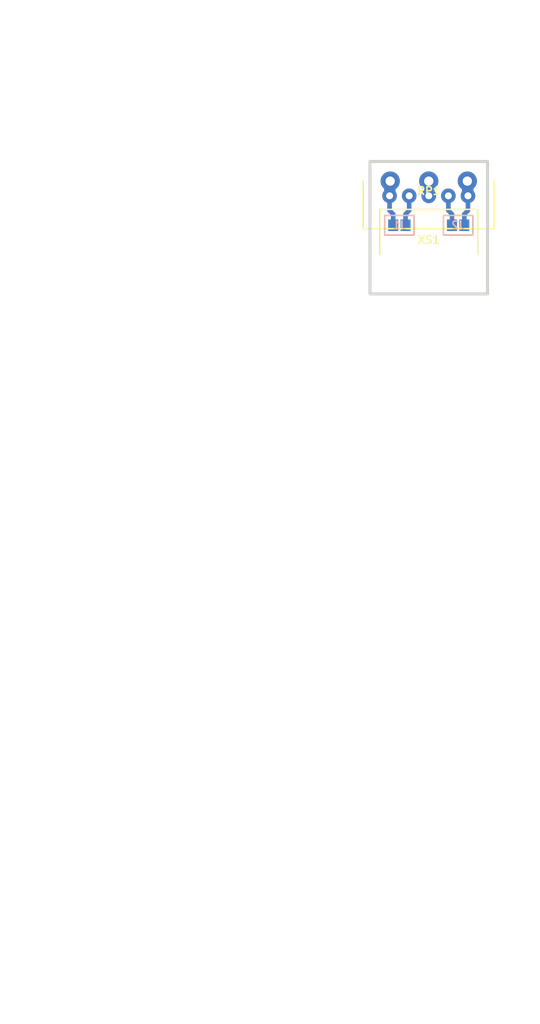
<source format=kicad_pcb>
(kicad_pcb (version 20171130) (host pcbnew 5.1.12-84ad8e8a86~92~ubuntu20.04.1)

  (general
    (thickness 1.6)
    (drawings 8)
    (tracks 15)
    (zones 0)
    (modules 4)
    (nets 6)
  )

  (page A4 portrait)
  (title_block
    (title ТКП-1.31.A-3)
    (date 2024-04-29)
    (rev 1A)
    (company "Potentiometer Board 18 1x17 [REV1A] R16K1-20F-B50K")
    (comment 1 http://github.com/Adept666)
    (comment 2 "Igor Ivanov (Игорь Иванов)")
    (comment 3 -ТТКРЧПДЛ-)
    (comment 4 "This project is licensed under GNU General Public License v3.0 or later")
  )

  (layers
    (0 F.Cu jumper)
    (31 B.Cu signal)
    (38 B.Mask user)
    (39 F.Mask user)
    (44 Edge.Cuts user)
    (45 Margin user)
    (46 B.CrtYd user)
    (47 F.CrtYd user)
    (48 B.Fab user)
    (49 F.Fab user)
  )

  (setup
    (last_trace_width 1)
    (user_trace_width 0.6)
    (trace_clearance 0)
    (zone_clearance 0.6)
    (zone_45_only no)
    (trace_min 0.2)
    (via_size 2)
    (via_drill 1)
    (via_min_size 0.4)
    (via_min_drill 0.3)
    (uvia_size 0.3)
    (uvia_drill 0.1)
    (uvias_allowed no)
    (uvia_min_size 0)
    (uvia_min_drill 0)
    (edge_width 0.4)
    (segment_width 0.2)
    (pcb_text_width 0.3)
    (pcb_text_size 1.5 1.5)
    (mod_edge_width 0.15)
    (mod_text_size 1 1)
    (mod_text_width 0.15)
    (pad_size 1.6 1.8)
    (pad_drill 0)
    (pad_to_mask_clearance 0.1)
    (solder_mask_min_width 0.2)
    (aux_axis_origin 0 0)
    (visible_elements 7FFFFFFF)
    (pcbplotparams
      (layerselection 0x20000_7ffffffe)
      (usegerberextensions false)
      (usegerberattributes false)
      (usegerberadvancedattributes false)
      (creategerberjobfile false)
      (excludeedgelayer false)
      (linewidth 0.100000)
      (plotframeref true)
      (viasonmask false)
      (mode 1)
      (useauxorigin false)
      (hpglpennumber 1)
      (hpglpenspeed 20)
      (hpglpendiameter 15.000000)
      (psnegative false)
      (psa4output false)
      (plotreference false)
      (plotvalue true)
      (plotinvisibletext false)
      (padsonsilk true)
      (subtractmaskfromsilk false)
      (outputformat 4)
      (mirror false)
      (drillshape 0)
      (scaleselection 1)
      (outputdirectory ""))
  )

  (net 0 "")
  (net 1 "Net-(RP1-Pad2)")
  (net 2 "Net-(J1-Pad2)")
  (net 3 "Net-(J1-Pad1)")
  (net 4 "Net-(J2-Pad2)")
  (net 5 "Net-(J2-Pad1)")

  (net_class Default "This is the default net class."
    (clearance 0)
    (trace_width 1)
    (via_dia 2)
    (via_drill 1)
    (uvia_dia 0.3)
    (uvia_drill 0.1)
    (add_net "Net-(J1-Pad1)")
    (add_net "Net-(J1-Pad2)")
    (add_net "Net-(J2-Pad1)")
    (add_net "Net-(J2-Pad2)")
    (add_net "Net-(RP1-Pad2)")
  )

  (module KCL-SM:J-SB-0805-2 (layer B.Cu) (tedit 62E4D892) (tstamp 62E4EC39)
    (at 109.22 148.59)
    (path /62D6667D)
    (fp_text reference J2 (at 0 0) (layer B.SilkS)
      (effects (font (size 1 1) (thickness 0.2)) (justify mirror))
    )
    (fp_text value J2 (at 0 -0.9525) (layer B.Fab)
      (effects (font (size 1 1) (thickness 0.2)) (justify mirror))
    )
    (fp_line (start -0.8 0) (end 0.8 0) (layer B.Fab) (width 0.2))
    (fp_line (start -1.905 -1.27) (end -1.905 1.27) (layer B.SilkS) (width 0.2))
    (fp_line (start 1.905 1.27) (end 1.905 -1.27) (layer B.SilkS) (width 0.2))
    (fp_line (start -1.905 1.27) (end 1.905 1.27) (layer B.SilkS) (width 0.2))
    (fp_line (start -1.905 -1.27) (end 1.905 -1.27) (layer B.SilkS) (width 0.2))
    (fp_line (start -1.905 -1.27) (end -1.905 1.27) (layer B.CrtYd) (width 0.1))
    (fp_line (start 1.905 -1.27) (end -1.905 -1.27) (layer B.CrtYd) (width 0.1))
    (fp_line (start 1.905 1.27) (end 1.905 -1.27) (layer B.CrtYd) (width 0.1))
    (fp_line (start -1.905 1.27) (end 1.905 1.27) (layer B.CrtYd) (width 0.1))
    (pad 2 smd rect (at 0.8 0) (size 1.3 1.5) (layers B.Cu B.Mask)
      (net 4 "Net-(J2-Pad2)"))
    (pad 1 smd rect (at -0.8 0) (size 1.3 1.5) (layers B.Cu B.Mask)
      (net 5 "Net-(J2-Pad1)"))
  )

  (module KCL-SM:J-SB-0805-2 (layer B.Cu) (tedit 62E4D892) (tstamp 62E428E8)
    (at 101.6 148.59)
    (path /62E404D1)
    (fp_text reference J1 (at 0 0) (layer B.SilkS)
      (effects (font (size 1 1) (thickness 0.2)) (justify mirror))
    )
    (fp_text value J1 (at 0 -0.9525) (layer B.Fab)
      (effects (font (size 1 1) (thickness 0.2)) (justify mirror))
    )
    (fp_line (start -1.905 1.27) (end 1.905 1.27) (layer B.CrtYd) (width 0.1))
    (fp_line (start 1.905 1.27) (end 1.905 -1.27) (layer B.CrtYd) (width 0.1))
    (fp_line (start 1.905 -1.27) (end -1.905 -1.27) (layer B.CrtYd) (width 0.1))
    (fp_line (start -1.905 -1.27) (end -1.905 1.27) (layer B.CrtYd) (width 0.1))
    (fp_line (start -1.905 -1.27) (end 1.905 -1.27) (layer B.SilkS) (width 0.2))
    (fp_line (start -1.905 1.27) (end 1.905 1.27) (layer B.SilkS) (width 0.2))
    (fp_line (start 1.905 1.27) (end 1.905 -1.27) (layer B.SilkS) (width 0.2))
    (fp_line (start -1.905 -1.27) (end -1.905 1.27) (layer B.SilkS) (width 0.2))
    (fp_line (start -0.8 0) (end 0.8 0) (layer B.Fab) (width 0.2))
    (pad 1 smd rect (at -0.8 0) (size 1.3 1.5) (layers B.Cu B.Mask)
      (net 3 "Net-(J1-Pad1)"))
    (pad 2 smd rect (at 0.8 0) (size 1.3 1.5) (layers B.Cu B.Mask)
      (net 2 "Net-(J1-Pad2)"))
  )

  (module SBKCL-TH-SL:CON-PBS-05R-CIRCULAR (layer F.Cu) (tedit 62458AB8) (tstamp 60031F53)
    (at 105.41 144.78)
    (path /600A2C72)
    (fp_text reference XS1 (at 0 5.715) (layer F.SilkS)
      (effects (font (size 1 1) (thickness 0.2)))
    )
    (fp_text value PBS-05R (at 0 5.715) (layer F.Fab)
      (effects (font (size 1 1) (thickness 0.2)))
    )
    (fp_line (start 6.35 1.76) (end 6.35 10.16) (layer F.Fab) (width 0.2))
    (fp_line (start -6.35 1.76) (end -6.35 10.16) (layer F.Fab) (width 0.2))
    (fp_line (start -6.35 10.16) (end 6.35 10.16) (layer F.Fab) (width 0.2))
    (fp_line (start -6.35 1.76) (end 6.35 1.76) (layer F.Fab) (width 0.2))
    (fp_line (start -6.35 1.76) (end 6.35 1.76) (layer F.SilkS) (width 0.2))
    (fp_line (start -6.35 1.76) (end -6.35 7.62) (layer F.SilkS) (width 0.2))
    (fp_line (start 6.35 1.76) (end 6.35 7.62) (layer F.SilkS) (width 0.2))
    (fp_line (start -6.35 -0.45) (end 6.35 -0.45) (layer F.CrtYd) (width 0.1))
    (fp_line (start -6.35 10.16) (end 6.35 10.16) (layer F.CrtYd) (width 0.1))
    (fp_line (start -6.35 -0.45) (end -6.35 10.16) (layer F.CrtYd) (width 0.1))
    (fp_line (start 6.35 -0.45) (end 6.35 10.16) (layer F.CrtYd) (width 0.1))
    (pad 3 thru_hole circle (at 0 0) (size 1.9 1.9) (drill 0.9) (layers B.Cu B.Mask)
      (net 1 "Net-(RP1-Pad2)"))
    (pad 2 thru_hole circle (at -2.54 0) (size 1.9 1.9) (drill 0.9) (layers B.Cu B.Mask)
      (net 2 "Net-(J1-Pad2)"))
    (pad 1 thru_hole circle (at -5.08 0) (size 1.9 1.9) (drill 0.9) (layers B.Cu B.Mask)
      (net 3 "Net-(J1-Pad1)"))
    (pad 4 thru_hole circle (at 2.54 0) (size 1.9 1.9) (drill 0.9) (layers B.Cu B.Mask)
      (net 5 "Net-(J2-Pad1)"))
    (pad 5 thru_hole circle (at 5.08 0) (size 1.9 1.9) (drill 0.9) (layers B.Cu B.Mask)
      (net 4 "Net-(J2-Pad2)"))
  )

  (module SBKCL-TH-SL:RP-PDB181-K-20-P-CIRCULAR (layer F.Cu) (tedit 61D0A493) (tstamp 5FE6D9E5)
    (at 105.41 142.875 180)
    (path /5FE7A122)
    (fp_text reference RP1 (at 0 -1.27 180) (layer F.SilkS)
      (effects (font (size 1 1) (thickness 0.2)))
    )
    (fp_text value B50K (at 0 -1.27 180) (layer F.Fab)
      (effects (font (size 1 1) (thickness 0.2)))
    )
    (fp_line (start -8.5 -6.15) (end 8.5 -6.15) (layer F.Fab) (width 0.2))
    (fp_line (start -8.5 3.35) (end 8.5 3.35) (layer F.Fab) (width 0.2))
    (fp_line (start -3 23.35) (end 3 23.35) (layer F.Fab) (width 0.2))
    (fp_line (start -8.5 -6.15) (end -8.5 3.35) (layer F.Fab) (width 0.2))
    (fp_line (start 8.5 -6.15) (end 8.5 3.35) (layer F.Fab) (width 0.2))
    (fp_line (start -3.5 3.35) (end -3.5 9.85) (layer F.Fab) (width 0.2))
    (fp_line (start 3.5 3.35) (end 3.5 9.85) (layer F.Fab) (width 0.2))
    (fp_line (start -3 9.85) (end -3 23.35) (layer F.Fab) (width 0.2))
    (fp_line (start 3 9.85) (end 3 23.35) (layer F.Fab) (width 0.2))
    (fp_line (start -3.5 9.85) (end 3.5 9.85) (layer F.Fab) (width 0.2))
    (fp_line (start -8.5 -6.15) (end 8.5 -6.15) (layer F.SilkS) (width 0.2))
    (fp_line (start -8.5 -6.15) (end -8.5 0) (layer F.SilkS) (width 0.2))
    (fp_line (start 8.5 -6.15) (end 8.5 0) (layer F.SilkS) (width 0.2))
    (fp_line (start -8.5 -6.15) (end 8.5 -6.15) (layer F.CrtYd) (width 0.1))
    (fp_line (start -8.5 23.35) (end 8.5 23.35) (layer F.CrtYd) (width 0.1))
    (fp_line (start -8.5 -6.15) (end -8.5 23.35) (layer F.CrtYd) (width 0.1))
    (fp_line (start 8.5 -6.15) (end 8.5 23.35) (layer F.CrtYd) (width 0.1))
    (fp_line (start -8.5 5.35) (end -7.366 5.35) (layer F.Fab) (width 0.2))
    (fp_line (start -8.5 3.35) (end -8.5 5.35) (layer F.Fab) (width 0.2))
    (fp_line (start -7.3 3.35) (end -7.3 5.35) (layer F.Fab) (width 0.2))
    (pad 2 thru_hole circle (at 0 0 180) (size 2.5 2.5) (drill 1.2) (layers B.Cu B.Mask)
      (net 1 "Net-(RP1-Pad2)"))
    (pad 1 thru_hole circle (at -5 0 180) (size 2.5 2.5) (drill 1.2) (layers B.Cu B.Mask)
      (net 4 "Net-(J2-Pad2)"))
    (pad 3 thru_hole circle (at 5 0 180) (size 2.5 2.5) (drill 1.2) (layers B.Cu B.Mask)
      (net 3 "Net-(J1-Pad1)"))
  )

  (gr_text "1. J1 и J2 оставить разомкнутыми." (at 119.83 250.19) (layer B.Fab)
    (effects (font (size 2.54 2.54) (thickness 0.2)) (justify left mirror))
  )
  (gr_line (start 110.41 142.875) (end 110.49 144.78) (layer B.Mask) (width 1.7))
  (gr_line (start 105.41 142.875) (end 105.41 144.78) (layer B.Mask) (width 1.7))
  (gr_line (start 100.41 142.875) (end 100.33 144.78) (layer B.Mask) (width 1.7))
  (gr_line (start 113.03 140.335) (end 113.03 157.48) (layer Edge.Cuts) (width 0.4) (tstamp 5FE6F872))
  (gr_line (start 97.79 140.335) (end 97.79 157.48) (layer Edge.Cuts) (width 0.4) (tstamp 5FE6F872))
  (gr_line (start 97.79 157.48) (end 113.03 157.48) (layer Edge.Cuts) (width 0.4) (tstamp 5FE6FAB1))
  (gr_line (start 97.79 140.335) (end 113.03 140.335) (layer Edge.Cuts) (width 0.4) (tstamp 5FE6F86E))

  (segment (start 105.41 142.875) (end 105.41 144.78) (width 1.5) (layer B.Cu) (net 1))
  (segment (start 102.4 148.59) (end 102.4 147.155) (width 0.6) (layer B.Cu) (net 2))
  (segment (start 102.4 147.155) (end 102.87 146.685) (width 0.6) (layer B.Cu) (net 2))
  (segment (start 102.87 146.685) (end 102.87 144.78) (width 0.6) (layer B.Cu) (net 2))
  (segment (start 100.41 142.875) (end 100.33 144.78) (width 1.5) (layer B.Cu) (net 3))
  (segment (start 100.8 148.59) (end 100.8 147.155) (width 0.6) (layer B.Cu) (net 3))
  (segment (start 100.8 147.155) (end 100.33 146.685) (width 0.6) (layer B.Cu) (net 3))
  (segment (start 100.33 146.685) (end 100.33 144.78) (width 0.6) (layer B.Cu) (net 3))
  (segment (start 110.41 142.875) (end 110.49 144.78) (width 1.5) (layer B.Cu) (net 4))
  (segment (start 110.02 148.59) (end 110.02 147.155) (width 0.6) (layer B.Cu) (net 4))
  (segment (start 110.02 147.155) (end 110.49 146.685) (width 0.6) (layer B.Cu) (net 4))
  (segment (start 110.49 146.685) (end 110.49 144.78) (width 0.6) (layer B.Cu) (net 4))
  (segment (start 108.42 148.59) (end 108.42 147.155) (width 0.6) (layer B.Cu) (net 5))
  (segment (start 108.42 147.155) (end 107.95 146.685) (width 0.6) (layer B.Cu) (net 5))
  (segment (start 107.95 146.685) (end 107.95 144.78) (width 0.6) (layer B.Cu) (net 5))

)

</source>
